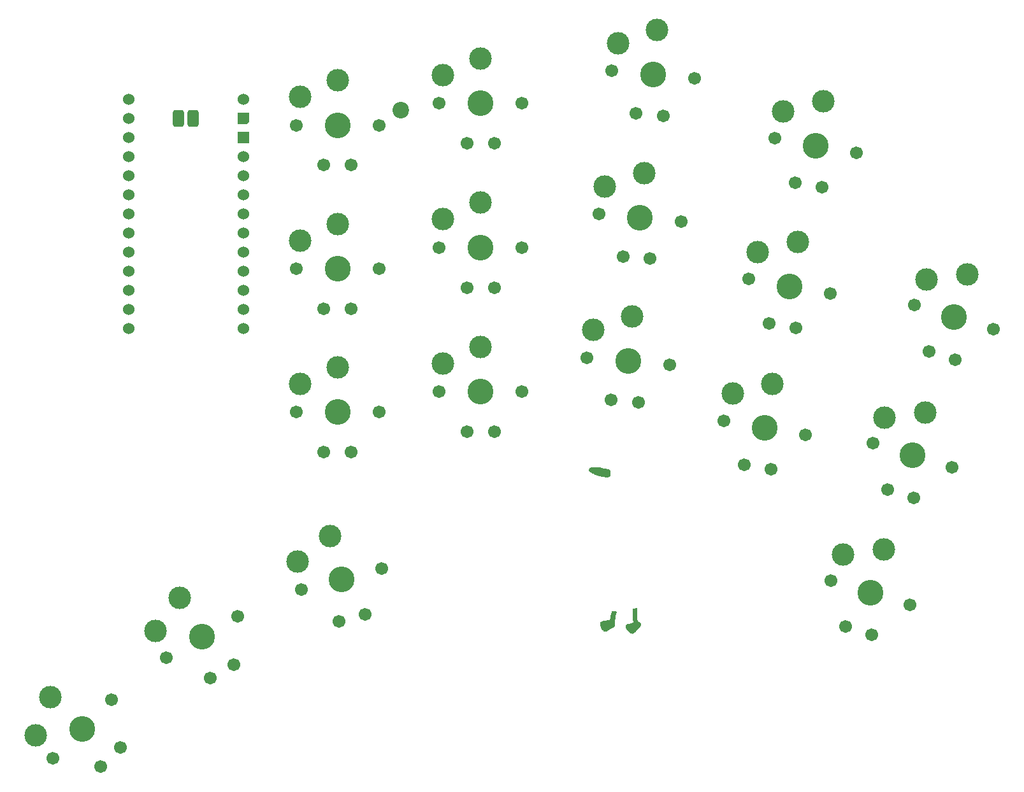
<source format=gbr>
%TF.GenerationSoftware,KiCad,Pcbnew,8.0.0*%
%TF.CreationDate,2024-06-08T15:10:29+02:00*%
%TF.ProjectId,goos-left,676f6f73-2d6c-4656-9674-2e6b69636164,rev?*%
%TF.SameCoordinates,Original*%
%TF.FileFunction,Soldermask,Bot*%
%TF.FilePolarity,Negative*%
%FSLAX46Y46*%
G04 Gerber Fmt 4.6, Leading zero omitted, Abs format (unit mm)*
G04 Created by KiCad (PCBNEW 8.0.0) date 2024-06-08 15:10:29*
%MOMM*%
%LPD*%
G01*
G04 APERTURE LIST*
G04 Aperture macros list*
%AMRoundRect*
0 Rectangle with rounded corners*
0 $1 Rounding radius*
0 $2 $3 $4 $5 $6 $7 $8 $9 X,Y pos of 4 corners*
0 Add a 4 corners polygon primitive as box body*
4,1,4,$2,$3,$4,$5,$6,$7,$8,$9,$2,$3,0*
0 Add four circle primitives for the rounded corners*
1,1,$1+$1,$2,$3*
1,1,$1+$1,$4,$5*
1,1,$1+$1,$6,$7*
1,1,$1+$1,$8,$9*
0 Add four rect primitives between the rounded corners*
20,1,$1+$1,$2,$3,$4,$5,0*
20,1,$1+$1,$4,$5,$6,$7,0*
20,1,$1+$1,$6,$7,$8,$9,0*
20,1,$1+$1,$8,$9,$2,$3,0*%
%AMOutline5P*
0 Free polygon, 5 corners , with rotation*
0 The origin of the aperture is its center*
0 number of corners: always 5*
0 $1 to $10 corner X, Y*
0 $11 Rotation angle, in degrees counterclockwise*
0 create outline with 5 corners*
4,1,5,$1,$2,$3,$4,$5,$6,$7,$8,$9,$10,$1,$2,$11*%
%AMOutline6P*
0 Free polygon, 6 corners , with rotation*
0 The origin of the aperture is its center*
0 number of corners: always 6*
0 $1 to $12 corner X, Y*
0 $13 Rotation angle, in degrees counterclockwise*
0 create outline with 6 corners*
4,1,6,$1,$2,$3,$4,$5,$6,$7,$8,$9,$10,$11,$12,$1,$2,$13*%
%AMOutline7P*
0 Free polygon, 7 corners , with rotation*
0 The origin of the aperture is its center*
0 number of corners: always 7*
0 $1 to $14 corner X, Y*
0 $15 Rotation angle, in degrees counterclockwise*
0 create outline with 7 corners*
4,1,7,$1,$2,$3,$4,$5,$6,$7,$8,$9,$10,$11,$12,$13,$14,$1,$2,$15*%
%AMOutline8P*
0 Free polygon, 8 corners , with rotation*
0 The origin of the aperture is its center*
0 number of corners: always 8*
0 $1 to $16 corner X, Y*
0 $17 Rotation angle, in degrees counterclockwise*
0 create outline with 8 corners*
4,1,8,$1,$2,$3,$4,$5,$6,$7,$8,$9,$10,$11,$12,$13,$14,$15,$16,$1,$2,$17*%
G04 Aperture macros list end*
%ADD10C,0.000000*%
%ADD11C,1.701800*%
%ADD12C,3.000000*%
%ADD13C,3.429000*%
%ADD14C,1.524000*%
%ADD15Outline5P,-0.762000X0.457200X-0.457200X0.762000X0.762000X0.762000X0.762000X-0.762000X-0.762000X-0.762000X180.000000*%
%ADD16R,1.524000X1.524000*%
%ADD17C,2.200000*%
%ADD18RoundRect,0.375000X-0.375000X-0.750000X0.375000X-0.750000X0.375000X0.750000X-0.375000X0.750000X0*%
G04 APERTURE END LIST*
D10*
G36*
X141170431Y-120743690D02*
G01*
X141170983Y-120743982D01*
X141171515Y-120744428D01*
X141172026Y-120745025D01*
X141172516Y-120745775D01*
X141172983Y-120746675D01*
X141173428Y-120747726D01*
X141174248Y-120750277D01*
X141174971Y-120753425D01*
X141175594Y-120757165D01*
X141176112Y-120761492D01*
X141176521Y-120766403D01*
X141176817Y-120771894D01*
X141176903Y-120774472D01*
X141176946Y-120776976D01*
X141176949Y-120779404D01*
X141176910Y-120781753D01*
X141176832Y-120784022D01*
X141176714Y-120786207D01*
X141176559Y-120788307D01*
X141176366Y-120790320D01*
X141176138Y-120792244D01*
X141175873Y-120794075D01*
X141175575Y-120795813D01*
X141175243Y-120797454D01*
X141174878Y-120798996D01*
X141174481Y-120800438D01*
X141174054Y-120801777D01*
X141173596Y-120803011D01*
X141173110Y-120804137D01*
X141172595Y-120805153D01*
X141172052Y-120806058D01*
X141171484Y-120806848D01*
X141170889Y-120807522D01*
X141170270Y-120808078D01*
X141169628Y-120808513D01*
X141168962Y-120808824D01*
X141168621Y-120808933D01*
X141168275Y-120809010D01*
X141167923Y-120809056D01*
X141167566Y-120809069D01*
X141167204Y-120809050D01*
X141166837Y-120808998D01*
X141166089Y-120808796D01*
X141165322Y-120808459D01*
X141164538Y-120807985D01*
X141163737Y-120807373D01*
X141162920Y-120806620D01*
X141162119Y-120805755D01*
X141161364Y-120804812D01*
X141159993Y-120802701D01*
X141158808Y-120800313D01*
X141157810Y-120797674D01*
X141157000Y-120794810D01*
X141156380Y-120791748D01*
X141155951Y-120788513D01*
X141155712Y-120785130D01*
X141155667Y-120781628D01*
X141155815Y-120778030D01*
X141156158Y-120774363D01*
X141156697Y-120770654D01*
X141157432Y-120766928D01*
X141158366Y-120763211D01*
X141159499Y-120759530D01*
X141160831Y-120755909D01*
X141162389Y-120752272D01*
X141163891Y-120749272D01*
X141165334Y-120746905D01*
X141166032Y-120745958D01*
X141166714Y-120745168D01*
X141167378Y-120744534D01*
X141168026Y-120744055D01*
X141168655Y-120743732D01*
X141169266Y-120743564D01*
X141169858Y-120743550D01*
X141170431Y-120743690D01*
G37*
G36*
X138269392Y-102452933D02*
G01*
X138268903Y-102513939D01*
X138265116Y-102575828D01*
X138258175Y-102637564D01*
X138248223Y-102698113D01*
X138235402Y-102756438D01*
X138219857Y-102811504D01*
X138201729Y-102862277D01*
X138181163Y-102907719D01*
X138170009Y-102928118D01*
X138158300Y-102946797D01*
X138146052Y-102963625D01*
X138133285Y-102978473D01*
X138120014Y-102991213D01*
X138106259Y-103001714D01*
X138091694Y-103011760D01*
X138076308Y-103022958D01*
X138060565Y-103034934D01*
X138044932Y-103047311D01*
X138029873Y-103059714D01*
X138015854Y-103071767D01*
X138003340Y-103083094D01*
X137992797Y-103093320D01*
X137992797Y-103093319D01*
X137992797Y-103093318D01*
X137986646Y-103098676D01*
X137979113Y-103103714D01*
X137970282Y-103108430D01*
X137960237Y-103112823D01*
X137936842Y-103120636D01*
X137909602Y-103127144D01*
X137879189Y-103132337D01*
X137846276Y-103136205D01*
X137811535Y-103138739D01*
X137775641Y-103139930D01*
X137739264Y-103139767D01*
X137703079Y-103138241D01*
X137667757Y-103135343D01*
X137633972Y-103131064D01*
X137602397Y-103125392D01*
X137573704Y-103118320D01*
X137548566Y-103109837D01*
X137527656Y-103099933D01*
X137520163Y-103096076D01*
X137511399Y-103092315D01*
X137501472Y-103088672D01*
X137490490Y-103085165D01*
X137478563Y-103081815D01*
X137465799Y-103078643D01*
X137438194Y-103072907D01*
X137408542Y-103068117D01*
X137377712Y-103064433D01*
X137346572Y-103062014D01*
X137331157Y-103061329D01*
X137315990Y-103061020D01*
X137300773Y-103060703D01*
X137285211Y-103059993D01*
X137269418Y-103058909D01*
X137253507Y-103057474D01*
X137237591Y-103055708D01*
X137221785Y-103053632D01*
X137206201Y-103051267D01*
X137190954Y-103048633D01*
X137176155Y-103045751D01*
X137161920Y-103042643D01*
X137148361Y-103039328D01*
X137135592Y-103035829D01*
X137123726Y-103032165D01*
X137112878Y-103028357D01*
X137103159Y-103024427D01*
X137094684Y-103020395D01*
X137086585Y-103016369D01*
X137077969Y-103012456D01*
X137068914Y-103008675D01*
X137059494Y-103005049D01*
X137049787Y-103001596D01*
X137039869Y-102998336D01*
X137029816Y-102995292D01*
X137019704Y-102992481D01*
X137009610Y-102989925D01*
X136999610Y-102987645D01*
X136989780Y-102985659D01*
X136980197Y-102983990D01*
X136970937Y-102982656D01*
X136962075Y-102981678D01*
X136953690Y-102981076D01*
X136945856Y-102980871D01*
X136923496Y-102980515D01*
X136901340Y-102979483D01*
X136879586Y-102977825D01*
X136858433Y-102975594D01*
X136838079Y-102972842D01*
X136818724Y-102969620D01*
X136800565Y-102965981D01*
X136783802Y-102961975D01*
X136768632Y-102957655D01*
X136755256Y-102953072D01*
X136749301Y-102950699D01*
X136743870Y-102948279D01*
X136738986Y-102945819D01*
X136734674Y-102943326D01*
X136730959Y-102940807D01*
X136727867Y-102938267D01*
X136725421Y-102935713D01*
X136723646Y-102933152D01*
X136722568Y-102930590D01*
X136722212Y-102928034D01*
X136722601Y-102925489D01*
X136723761Y-102922963D01*
X136724507Y-102921691D01*
X136725150Y-102920454D01*
X136725693Y-102919252D01*
X136726137Y-102918088D01*
X136726482Y-102916962D01*
X136726731Y-102915876D01*
X136726884Y-102914830D01*
X136726943Y-102913826D01*
X136726909Y-102912865D01*
X136726784Y-102911948D01*
X136726568Y-102911076D01*
X136726264Y-102910251D01*
X136725871Y-102909472D01*
X136725393Y-102908743D01*
X136724829Y-102908063D01*
X136724181Y-102907434D01*
X136723451Y-102906857D01*
X136722640Y-102906333D01*
X136721749Y-102905863D01*
X136720780Y-102905449D01*
X136719733Y-102905091D01*
X136718610Y-102904791D01*
X136717412Y-102904550D01*
X136716141Y-102904369D01*
X136714798Y-102904248D01*
X136713385Y-102904190D01*
X136711901Y-102904196D01*
X136710350Y-102904266D01*
X136708731Y-102904401D01*
X136707048Y-102904603D01*
X136703488Y-102905213D01*
X136697384Y-102906257D01*
X136690980Y-102906984D01*
X136684312Y-102907407D01*
X136677414Y-102907539D01*
X136670325Y-102907393D01*
X136663079Y-102906982D01*
X136648260Y-102905415D01*
X136633245Y-102902942D01*
X136618323Y-102899667D01*
X136603780Y-102895692D01*
X136589903Y-102891122D01*
X136576980Y-102886058D01*
X136565299Y-102880605D01*
X136560014Y-102877765D01*
X136555147Y-102874866D01*
X136550733Y-102871922D01*
X136546810Y-102868945D01*
X136543413Y-102865948D01*
X136540578Y-102862944D01*
X136538340Y-102859946D01*
X136536736Y-102856966D01*
X136535801Y-102854019D01*
X136535572Y-102851116D01*
X136536084Y-102848271D01*
X136537374Y-102845496D01*
X136539057Y-102842287D01*
X136539616Y-102840775D01*
X136539989Y-102839325D01*
X136540177Y-102837938D01*
X136540181Y-102836614D01*
X136540001Y-102835353D01*
X136539640Y-102834156D01*
X136539096Y-102833023D01*
X136538373Y-102831955D01*
X136537470Y-102830951D01*
X136536389Y-102830013D01*
X136535131Y-102829140D01*
X136533697Y-102828332D01*
X136530304Y-102826917D01*
X136526218Y-102825769D01*
X136521448Y-102824891D01*
X136516002Y-102824286D01*
X136509887Y-102823957D01*
X136503113Y-102823906D01*
X136495686Y-102824137D01*
X136487615Y-102824652D01*
X136478909Y-102825454D01*
X136471054Y-102826181D01*
X136463150Y-102826729D01*
X136455249Y-102827099D01*
X136447405Y-102827296D01*
X136439668Y-102827325D01*
X136432093Y-102827189D01*
X136424730Y-102826892D01*
X136417633Y-102826438D01*
X136410854Y-102825832D01*
X136404445Y-102825076D01*
X136398459Y-102824176D01*
X136392948Y-102823135D01*
X136387964Y-102821957D01*
X136383561Y-102820647D01*
X136379789Y-102819208D01*
X136376703Y-102817644D01*
X136373561Y-102815943D01*
X136369630Y-102814101D01*
X136359629Y-102810066D01*
X136347162Y-102805679D01*
X136332690Y-102801080D01*
X136316676Y-102796411D01*
X136299582Y-102791812D01*
X136281871Y-102787423D01*
X136264004Y-102783385D01*
X136241662Y-102778139D01*
X136219302Y-102772029D01*
X136197153Y-102765175D01*
X136175446Y-102757696D01*
X136154409Y-102749712D01*
X136134274Y-102741344D01*
X136115270Y-102732711D01*
X136097626Y-102723934D01*
X136081573Y-102715132D01*
X136067341Y-102706425D01*
X136055160Y-102697933D01*
X136049910Y-102693805D01*
X136045258Y-102689776D01*
X136041235Y-102685861D01*
X136037867Y-102682074D01*
X136035185Y-102678431D01*
X136033216Y-102674947D01*
X136031990Y-102671636D01*
X136031535Y-102668514D01*
X136031880Y-102665596D01*
X136033054Y-102662897D01*
X136033708Y-102661734D01*
X136034221Y-102660596D01*
X136034595Y-102659484D01*
X136034832Y-102658400D01*
X136034935Y-102657344D01*
X136034906Y-102656317D01*
X136034747Y-102655321D01*
X136034461Y-102654357D01*
X136034050Y-102653427D01*
X136033517Y-102652531D01*
X136032864Y-102651671D01*
X136032094Y-102650847D01*
X136031208Y-102650062D01*
X136030209Y-102649316D01*
X136029100Y-102648610D01*
X136027884Y-102647946D01*
X136025135Y-102646749D01*
X136021984Y-102645733D01*
X136018449Y-102644908D01*
X136014548Y-102644284D01*
X136010302Y-102643871D01*
X136005730Y-102643678D01*
X136000850Y-102643715D01*
X135995682Y-102643992D01*
X135988147Y-102644157D01*
X135979693Y-102643615D01*
X135970397Y-102642404D01*
X135960334Y-102640561D01*
X135938213Y-102635132D01*
X135913937Y-102627627D01*
X135888112Y-102618348D01*
X135861347Y-102607597D01*
X135834249Y-102595674D01*
X135807425Y-102582880D01*
X135781482Y-102569516D01*
X135757028Y-102555884D01*
X135734669Y-102542284D01*
X135715014Y-102529018D01*
X135698670Y-102516386D01*
X135691929Y-102510402D01*
X135686243Y-102504690D01*
X135681689Y-102499287D01*
X135678342Y-102494230D01*
X135676278Y-102489558D01*
X135675573Y-102485308D01*
X135675544Y-102483444D01*
X135675457Y-102481639D01*
X135675313Y-102479896D01*
X135675114Y-102478215D01*
X135674862Y-102476598D01*
X135674557Y-102475047D01*
X135674202Y-102473562D01*
X135673797Y-102472146D01*
X135673345Y-102470800D01*
X135672846Y-102469525D01*
X135672303Y-102468323D01*
X135671715Y-102467196D01*
X135671086Y-102466144D01*
X135670417Y-102465169D01*
X135669708Y-102464273D01*
X135668961Y-102463457D01*
X135668178Y-102462723D01*
X135667360Y-102462072D01*
X135666509Y-102461505D01*
X135665626Y-102461024D01*
X135664713Y-102460631D01*
X135663770Y-102460327D01*
X135662800Y-102460113D01*
X135661804Y-102459990D01*
X135660783Y-102459961D01*
X135659738Y-102460027D01*
X135658672Y-102460189D01*
X135657585Y-102460449D01*
X135656480Y-102460808D01*
X135655357Y-102461267D01*
X135654217Y-102461829D01*
X135653064Y-102462494D01*
X135646901Y-102465052D01*
X135639638Y-102465883D01*
X135631360Y-102465075D01*
X135622151Y-102462718D01*
X135612096Y-102458899D01*
X135601281Y-102453708D01*
X135577710Y-102439563D01*
X135552116Y-102420991D01*
X135525181Y-102398702D01*
X135510338Y-102385096D01*
X135552119Y-102385096D01*
X135552127Y-102386204D01*
X135552211Y-102387345D01*
X135552372Y-102388516D01*
X135552611Y-102389716D01*
X135552927Y-102390944D01*
X135553322Y-102392197D01*
X135553798Y-102393474D01*
X135554353Y-102394774D01*
X135554990Y-102396094D01*
X135555709Y-102397433D01*
X135556511Y-102398789D01*
X135558237Y-102401484D01*
X135560033Y-102404104D01*
X135561886Y-102406634D01*
X135563780Y-102409062D01*
X135565702Y-102411374D01*
X135567636Y-102413556D01*
X135569569Y-102415594D01*
X135571487Y-102417475D01*
X135573374Y-102419186D01*
X135575216Y-102420713D01*
X135577000Y-102422042D01*
X135578710Y-102423160D01*
X135579533Y-102423635D01*
X135580332Y-102424053D01*
X135581106Y-102424411D01*
X135581853Y-102424707D01*
X135582570Y-102424941D01*
X135583257Y-102425110D01*
X135583911Y-102425213D01*
X135584530Y-102425247D01*
X135585128Y-102425213D01*
X135585719Y-102425110D01*
X135586301Y-102424941D01*
X135586874Y-102424707D01*
X135587437Y-102424411D01*
X135587990Y-102424053D01*
X135589061Y-102423160D01*
X135590080Y-102422042D01*
X135591042Y-102420713D01*
X135591941Y-102419186D01*
X135592770Y-102417475D01*
X135593525Y-102415594D01*
X135594198Y-102413555D01*
X135594784Y-102411374D01*
X135595277Y-102409062D01*
X135595671Y-102406634D01*
X135595960Y-102404104D01*
X135596137Y-102401484D01*
X135596198Y-102398789D01*
X135596161Y-102397433D01*
X135596053Y-102396094D01*
X135595874Y-102394773D01*
X135595626Y-102393474D01*
X135595312Y-102392197D01*
X135594933Y-102390943D01*
X135594490Y-102389716D01*
X135593987Y-102388516D01*
X135593424Y-102387344D01*
X135592803Y-102386204D01*
X135592126Y-102385096D01*
X135591396Y-102384022D01*
X135590612Y-102382984D01*
X135589779Y-102381984D01*
X135588896Y-102381023D01*
X135587967Y-102380103D01*
X135586993Y-102379225D01*
X135585975Y-102378392D01*
X135584915Y-102377605D01*
X135583816Y-102376865D01*
X135582679Y-102376175D01*
X135581506Y-102375536D01*
X135580298Y-102374950D01*
X135579058Y-102374418D01*
X135577787Y-102373943D01*
X135576487Y-102373525D01*
X135575159Y-102373167D01*
X135573807Y-102372871D01*
X135572430Y-102372637D01*
X135571032Y-102372468D01*
X135569614Y-102372365D01*
X135568178Y-102372331D01*
X135566763Y-102372365D01*
X135565409Y-102372468D01*
X135564115Y-102372637D01*
X135562883Y-102372871D01*
X135561714Y-102373167D01*
X135560608Y-102373525D01*
X135559566Y-102373943D01*
X135558589Y-102374418D01*
X135557677Y-102374950D01*
X135556832Y-102375536D01*
X135556053Y-102376175D01*
X135555343Y-102376865D01*
X135554700Y-102377605D01*
X135554128Y-102378392D01*
X135553625Y-102379225D01*
X135553193Y-102380103D01*
X135552832Y-102381023D01*
X135552544Y-102381984D01*
X135552328Y-102382984D01*
X135552186Y-102384022D01*
X135552119Y-102385096D01*
X135510338Y-102385096D01*
X135497583Y-102373404D01*
X135470004Y-102345806D01*
X135443122Y-102316618D01*
X135417619Y-102286549D01*
X135394173Y-102256307D01*
X135373466Y-102226601D01*
X135356176Y-102198142D01*
X135342984Y-102171636D01*
X135338138Y-102159338D01*
X135334571Y-102147795D01*
X135332368Y-102137094D01*
X135331615Y-102127326D01*
X135332075Y-102115660D01*
X135333427Y-102103657D01*
X135335627Y-102091367D01*
X135338635Y-102078839D01*
X135342408Y-102066123D01*
X135346902Y-102053271D01*
X135352076Y-102040331D01*
X135357888Y-102027355D01*
X135364294Y-102014392D01*
X135371254Y-102001492D01*
X135386661Y-101976083D01*
X135403770Y-101951530D01*
X135422242Y-101928234D01*
X135441739Y-101906595D01*
X135451765Y-101896523D01*
X135461920Y-101887016D01*
X135472162Y-101878124D01*
X135482448Y-101869897D01*
X135492736Y-101862385D01*
X135502983Y-101855639D01*
X135513147Y-101849709D01*
X135523186Y-101844644D01*
X135533058Y-101840495D01*
X135542719Y-101837312D01*
X135552128Y-101835146D01*
X135561241Y-101834046D01*
X135570018Y-101834062D01*
X135578415Y-101835246D01*
X135586421Y-101836940D01*
X135593469Y-101838322D01*
X135599568Y-101839384D01*
X135604729Y-101840118D01*
X135606961Y-101840360D01*
X135608962Y-101840517D01*
X135610734Y-101840589D01*
X135612277Y-101840573D01*
X135613593Y-101840470D01*
X135614683Y-101840277D01*
X135615548Y-101839995D01*
X135616190Y-101839623D01*
X135616610Y-101839158D01*
X135616809Y-101838601D01*
X135616788Y-101837950D01*
X135616549Y-101837205D01*
X135616093Y-101836364D01*
X135615420Y-101835426D01*
X135614533Y-101834391D01*
X135613433Y-101833257D01*
X135612120Y-101832023D01*
X135610597Y-101830689D01*
X135606922Y-101827716D01*
X135602418Y-101824329D01*
X135597094Y-101820520D01*
X135591162Y-101815878D01*
X135586616Y-101811275D01*
X135583429Y-101806718D01*
X135581571Y-101802215D01*
X135581015Y-101797773D01*
X135581731Y-101793400D01*
X135583692Y-101789103D01*
X135586868Y-101784889D01*
X135596751Y-101776741D01*
X135611153Y-101769015D01*
X135629845Y-101761771D01*
X135652599Y-101755069D01*
X135679185Y-101748967D01*
X135709374Y-101743526D01*
X135742939Y-101738803D01*
X135779651Y-101734859D01*
X135819279Y-101731753D01*
X135861597Y-101729545D01*
X135906376Y-101728293D01*
X135953385Y-101728058D01*
X136123730Y-101731040D01*
X136299533Y-101737525D01*
X136472283Y-101746829D01*
X136633472Y-101758266D01*
X136774588Y-101771153D01*
X136887121Y-101784803D01*
X136930009Y-101791701D01*
X136962561Y-101798533D01*
X136983711Y-101805214D01*
X136989679Y-101808471D01*
X136992397Y-101811658D01*
X136993028Y-101813273D01*
X136993833Y-101814868D01*
X136995947Y-101817990D01*
X136998697Y-101821008D01*
X137002042Y-101823904D01*
X137005941Y-101826663D01*
X137010351Y-101829269D01*
X137015231Y-101831706D01*
X137020540Y-101833957D01*
X137026236Y-101836006D01*
X137032277Y-101837836D01*
X137038623Y-101839432D01*
X137045231Y-101840777D01*
X137052059Y-101841856D01*
X137059067Y-101842651D01*
X137066213Y-101843147D01*
X137073455Y-101843327D01*
X137081015Y-101843538D01*
X137089093Y-101844124D01*
X137097618Y-101845067D01*
X137106517Y-101846346D01*
X137115715Y-101847943D01*
X137125140Y-101849838D01*
X137134719Y-101852013D01*
X137144380Y-101854447D01*
X137154048Y-101857121D01*
X137163652Y-101860017D01*
X137173117Y-101863114D01*
X137182372Y-101866394D01*
X137191343Y-101869837D01*
X137199958Y-101873425D01*
X137208142Y-101877136D01*
X137215823Y-101880954D01*
X137224379Y-101884867D01*
X137235129Y-101888861D01*
X137262571Y-101896976D01*
X137296877Y-101905068D01*
X137336769Y-101912907D01*
X137380974Y-101920261D01*
X137428215Y-101926902D01*
X137477219Y-101932599D01*
X137526709Y-101937120D01*
X137574734Y-101941285D01*
X137619536Y-101945960D01*
X137660136Y-101950985D01*
X137678554Y-101953580D01*
X137695553Y-101956203D01*
X137711012Y-101958834D01*
X137724807Y-101961454D01*
X137736816Y-101964042D01*
X137746916Y-101966579D01*
X137754986Y-101969046D01*
X137760901Y-101971421D01*
X137763013Y-101972568D01*
X137764540Y-101973685D01*
X137765468Y-101974770D01*
X137765781Y-101975819D01*
X137765979Y-101976869D01*
X137766566Y-101977955D01*
X137768872Y-101980223D01*
X137772619Y-101982603D01*
X137777730Y-101985077D01*
X137784128Y-101987623D01*
X137791735Y-101990223D01*
X137810265Y-101995500D01*
X137832700Y-102000750D01*
X137858417Y-102005813D01*
X137886797Y-102010528D01*
X137917217Y-102014737D01*
X137949281Y-102019059D01*
X137978600Y-102023736D01*
X138005383Y-102028895D01*
X138029838Y-102034662D01*
X138041257Y-102037813D01*
X138052172Y-102041164D01*
X138062609Y-102044731D01*
X138072593Y-102048528D01*
X138082152Y-102052573D01*
X138091310Y-102056880D01*
X138100095Y-102061466D01*
X138108531Y-102066347D01*
X138116645Y-102071537D01*
X138124463Y-102077054D01*
X138132010Y-102082913D01*
X138139314Y-102089130D01*
X138146399Y-102095720D01*
X138153292Y-102102700D01*
X138160019Y-102110085D01*
X138166606Y-102117890D01*
X138173079Y-102126133D01*
X138179463Y-102134829D01*
X138192071Y-102153641D01*
X138204639Y-102174454D01*
X138217374Y-102197394D01*
X138226956Y-102217100D01*
X138235516Y-102238451D01*
X138243074Y-102261318D01*
X138249647Y-102285570D01*
X138259907Y-102337713D01*
X138266442Y-102393846D01*
X138266688Y-102398789D01*
X138269392Y-102452933D01*
G37*
G36*
X141721972Y-120455480D02*
G01*
X141730973Y-120456084D01*
X141739561Y-120457238D01*
X141747714Y-120458949D01*
X141813904Y-120475561D01*
X141820519Y-120929098D01*
X141822400Y-121131991D01*
X141822631Y-121349153D01*
X141821281Y-121554560D01*
X141818418Y-121722189D01*
X141817278Y-121770508D01*
X141816461Y-121814585D01*
X141815985Y-121854634D01*
X141815866Y-121890866D01*
X141816121Y-121923498D01*
X141816766Y-121952741D01*
X141817819Y-121978810D01*
X141819295Y-122001918D01*
X141821211Y-122022279D01*
X141823585Y-122040106D01*
X141826433Y-122055614D01*
X141828039Y-122062565D01*
X141829771Y-122069016D01*
X141831629Y-122074994D01*
X141833616Y-122080525D01*
X141835734Y-122085637D01*
X141837985Y-122090355D01*
X141840371Y-122094708D01*
X141842895Y-122098721D01*
X141845558Y-122102421D01*
X141848362Y-122105834D01*
X141852394Y-122110635D01*
X141856498Y-122115907D01*
X141860644Y-122121597D01*
X141864804Y-122127652D01*
X141868948Y-122134019D01*
X141873047Y-122140645D01*
X141877072Y-122147477D01*
X141880994Y-122154462D01*
X141884783Y-122161546D01*
X141888412Y-122168677D01*
X141891850Y-122175800D01*
X141895068Y-122182864D01*
X141898037Y-122189815D01*
X141900729Y-122196600D01*
X141903114Y-122203165D01*
X141905163Y-122209458D01*
X141906142Y-122212510D01*
X141907207Y-122215523D01*
X141909581Y-122221417D01*
X141912254Y-122227111D01*
X141915198Y-122232574D01*
X141918384Y-122237775D01*
X141921784Y-122242684D01*
X141925369Y-122247270D01*
X141929110Y-122251503D01*
X141932978Y-122255353D01*
X141934951Y-122257124D01*
X141936945Y-122258788D01*
X141938956Y-122260340D01*
X141940982Y-122261778D01*
X141943017Y-122263097D01*
X141945060Y-122264293D01*
X141947105Y-122265363D01*
X141949150Y-122266302D01*
X141951191Y-122267108D01*
X141953224Y-122267775D01*
X141955246Y-122268301D01*
X141957253Y-122268682D01*
X141959242Y-122268913D01*
X141961209Y-122268990D01*
X141963152Y-122269042D01*
X141965070Y-122269196D01*
X141966961Y-122269450D01*
X141968823Y-122269800D01*
X141970653Y-122270245D01*
X141972448Y-122270782D01*
X141974207Y-122271409D01*
X141975926Y-122272122D01*
X141977604Y-122272919D01*
X141979238Y-122273799D01*
X141980825Y-122274757D01*
X141982363Y-122275792D01*
X141983850Y-122276901D01*
X141985283Y-122278082D01*
X141986660Y-122279332D01*
X141987979Y-122280648D01*
X141989236Y-122282029D01*
X141990430Y-122283470D01*
X141991557Y-122284971D01*
X141992617Y-122286528D01*
X141993605Y-122288138D01*
X141994521Y-122289800D01*
X141995361Y-122291511D01*
X141996122Y-122293267D01*
X141996803Y-122295068D01*
X141997402Y-122296909D01*
X141997914Y-122298789D01*
X141998340Y-122300705D01*
X141998674Y-122302654D01*
X141998916Y-122304634D01*
X141999064Y-122306643D01*
X141999113Y-122308677D01*
X141999183Y-122310805D01*
X141999390Y-122312894D01*
X141999731Y-122314945D01*
X142000204Y-122316953D01*
X142000807Y-122318919D01*
X142001535Y-122320838D01*
X142002387Y-122322711D01*
X142003359Y-122324534D01*
X142004449Y-122326305D01*
X142005655Y-122328023D01*
X142006972Y-122329686D01*
X142008399Y-122331292D01*
X142009932Y-122332839D01*
X142011569Y-122334324D01*
X142015144Y-122337104D01*
X142019101Y-122339615D01*
X142023417Y-122341842D01*
X142028070Y-122343770D01*
X142033038Y-122345382D01*
X142038298Y-122346664D01*
X142043829Y-122347599D01*
X142049607Y-122348171D01*
X142055610Y-122348365D01*
X142064144Y-122349009D01*
X142073128Y-122350899D01*
X142082516Y-122353975D01*
X142092259Y-122358174D01*
X142102309Y-122363436D01*
X142112620Y-122369700D01*
X142133831Y-122384986D01*
X142155511Y-122403541D01*
X142177277Y-122424876D01*
X142198750Y-122448499D01*
X142219548Y-122473921D01*
X142239289Y-122500650D01*
X142257592Y-122528197D01*
X142274076Y-122556071D01*
X142288360Y-122583781D01*
X142300062Y-122610837D01*
X142308802Y-122636749D01*
X142311942Y-122649122D01*
X142314198Y-122661025D01*
X142315522Y-122672397D01*
X142315868Y-122683177D01*
X142314253Y-122701573D01*
X142309984Y-122721902D01*
X142303129Y-122744060D01*
X142293758Y-122767941D01*
X142281938Y-122793442D01*
X142267738Y-122820458D01*
X142251226Y-122848883D01*
X142232472Y-122878614D01*
X142211542Y-122909545D01*
X142188507Y-122941572D01*
X142163433Y-122974591D01*
X142136391Y-123008496D01*
X142107447Y-123043184D01*
X142076671Y-123078548D01*
X142044131Y-123114486D01*
X142009896Y-123150892D01*
X141971849Y-123191164D01*
X141935675Y-123230504D01*
X141902215Y-123267924D01*
X141872309Y-123302437D01*
X141846797Y-123333054D01*
X141835952Y-123346594D01*
X141826520Y-123358790D01*
X141818607Y-123369518D01*
X141812318Y-123378655D01*
X141807757Y-123386078D01*
X141805031Y-123391663D01*
X141804080Y-123394017D01*
X141803068Y-123396284D01*
X141801998Y-123398464D01*
X141800873Y-123400556D01*
X141799694Y-123402557D01*
X141798465Y-123404467D01*
X141797187Y-123406284D01*
X141795865Y-123408007D01*
X141794499Y-123409634D01*
X141793093Y-123411164D01*
X141791649Y-123412596D01*
X141790169Y-123413929D01*
X141788657Y-123415160D01*
X141787115Y-123416289D01*
X141785545Y-123417313D01*
X141783949Y-123418233D01*
X141782332Y-123419046D01*
X141780694Y-123419752D01*
X141779039Y-123420347D01*
X141777368Y-123420833D01*
X141775686Y-123421206D01*
X141773993Y-123421465D01*
X141772294Y-123421610D01*
X141770589Y-123421639D01*
X141768882Y-123421550D01*
X141767176Y-123421342D01*
X141765473Y-123421013D01*
X141763774Y-123420563D01*
X141762084Y-123419990D01*
X141760405Y-123419292D01*
X141758738Y-123418469D01*
X141757087Y-123417518D01*
X141753872Y-123415613D01*
X141752373Y-123414788D01*
X141750948Y-123414047D01*
X141749597Y-123413391D01*
X141748320Y-123412819D01*
X141747118Y-123412330D01*
X141745992Y-123411924D01*
X141744943Y-123411600D01*
X141743971Y-123411359D01*
X141743077Y-123411200D01*
X141742261Y-123411123D01*
X141741524Y-123411126D01*
X141740867Y-123411210D01*
X141740290Y-123411374D01*
X141739794Y-123411619D01*
X141739380Y-123411942D01*
X141739047Y-123412345D01*
X141738798Y-123412827D01*
X141738632Y-123413386D01*
X141738550Y-123414024D01*
X141738553Y-123414739D01*
X141738641Y-123415532D01*
X141738815Y-123416401D01*
X141739076Y-123417346D01*
X141739424Y-123418368D01*
X141739860Y-123419465D01*
X141740385Y-123420637D01*
X141740998Y-123421884D01*
X141741702Y-123423205D01*
X141742495Y-123424600D01*
X141743380Y-123426069D01*
X141744989Y-123429152D01*
X141746125Y-123432392D01*
X141746813Y-123435768D01*
X141747073Y-123439258D01*
X141746930Y-123442840D01*
X141746404Y-123446493D01*
X141745520Y-123450194D01*
X141744299Y-123453922D01*
X141742763Y-123457654D01*
X141740937Y-123461370D01*
X141738841Y-123465047D01*
X141736498Y-123468663D01*
X141733932Y-123472197D01*
X141731164Y-123475627D01*
X141728217Y-123478930D01*
X141725113Y-123482086D01*
X141721876Y-123485072D01*
X141718527Y-123487867D01*
X141715090Y-123490448D01*
X141711586Y-123492794D01*
X141708038Y-123494883D01*
X141704469Y-123496693D01*
X141700901Y-123498203D01*
X141697357Y-123499390D01*
X141693860Y-123500233D01*
X141690431Y-123500710D01*
X141687093Y-123500800D01*
X141683870Y-123500479D01*
X141680782Y-123499727D01*
X141677854Y-123498521D01*
X141675107Y-123496841D01*
X141672564Y-123494663D01*
X141671672Y-123493843D01*
X141670791Y-123493173D01*
X141669922Y-123492654D01*
X141669067Y-123492281D01*
X141668227Y-123492053D01*
X141667402Y-123491966D01*
X141666594Y-123492020D01*
X141665805Y-123492211D01*
X141665034Y-123492538D01*
X141664284Y-123492997D01*
X141663555Y-123493586D01*
X141662848Y-123494303D01*
X141661507Y-123496111D01*
X141660269Y-123498403D01*
X141659143Y-123501158D01*
X141658139Y-123504359D01*
X141657264Y-123507985D01*
X141656529Y-123512019D01*
X141655941Y-123516440D01*
X141655511Y-123521230D01*
X141655246Y-123526370D01*
X141655155Y-123531840D01*
X141654683Y-123537739D01*
X141653298Y-123544170D01*
X141651051Y-123551087D01*
X141647988Y-123558443D01*
X141644159Y-123566189D01*
X141639614Y-123574280D01*
X141628566Y-123591304D01*
X141615233Y-123609138D01*
X141600007Y-123627402D01*
X141583276Y-123645720D01*
X141565431Y-123663714D01*
X141546862Y-123681006D01*
X141527958Y-123697218D01*
X141509109Y-123711973D01*
X141490705Y-123724892D01*
X141473136Y-123735597D01*
X141464787Y-123740002D01*
X141456792Y-123743712D01*
X141449202Y-123746680D01*
X141442063Y-123748858D01*
X141435426Y-123750199D01*
X141429339Y-123750657D01*
X141427360Y-123750698D01*
X141425424Y-123750820D01*
X141423532Y-123751022D01*
X141421687Y-123751300D01*
X141419889Y-123751653D01*
X141418143Y-123752080D01*
X141416448Y-123752577D01*
X141414809Y-123753143D01*
X141413226Y-123753776D01*
X141411701Y-123754474D01*
X141410238Y-123755235D01*
X141408837Y-123756057D01*
X141407501Y-123756937D01*
X141406232Y-123757875D01*
X141405032Y-123758867D01*
X141403903Y-123759912D01*
X141402847Y-123761008D01*
X141401867Y-123762152D01*
X141400963Y-123763343D01*
X141400139Y-123764579D01*
X141399397Y-123765858D01*
X141398737Y-123767177D01*
X141398164Y-123768535D01*
X141397677Y-123769929D01*
X141397281Y-123771358D01*
X141396976Y-123772820D01*
X141396765Y-123774312D01*
X141396649Y-123775833D01*
X141396632Y-123777380D01*
X141396714Y-123778951D01*
X141396898Y-123780546D01*
X141397187Y-123782160D01*
X141397457Y-123783790D01*
X141397586Y-123785428D01*
X141397578Y-123787072D01*
X141397436Y-123788718D01*
X141397161Y-123790365D01*
X141396759Y-123792010D01*
X141396231Y-123793649D01*
X141395580Y-123795280D01*
X141394809Y-123796900D01*
X141393922Y-123798507D01*
X141392921Y-123800098D01*
X141391809Y-123801669D01*
X141389265Y-123804745D01*
X141386314Y-123807712D01*
X141382979Y-123810548D01*
X141379284Y-123813232D01*
X141375253Y-123815742D01*
X141370909Y-123818056D01*
X141366277Y-123820151D01*
X141361380Y-123822006D01*
X141356241Y-123823600D01*
X141350885Y-123824909D01*
X141345393Y-123826211D01*
X141339858Y-123827781D01*
X141334316Y-123829600D01*
X141328804Y-123831645D01*
X141323360Y-123833895D01*
X141318020Y-123836330D01*
X141312822Y-123838928D01*
X141307802Y-123841669D01*
X141302998Y-123844530D01*
X141298447Y-123847491D01*
X141294186Y-123850531D01*
X141290253Y-123853628D01*
X141286683Y-123856762D01*
X141283514Y-123859911D01*
X141280784Y-123863053D01*
X141279595Y-123864616D01*
X141278529Y-123866169D01*
X141276014Y-123869939D01*
X141273690Y-123873184D01*
X141271551Y-123875903D01*
X141270550Y-123877066D01*
X141269594Y-123878096D01*
X141268682Y-123878995D01*
X141267813Y-123879762D01*
X141266989Y-123880397D01*
X141266206Y-123880900D01*
X141265466Y-123881271D01*
X141264768Y-123881510D01*
X141264110Y-123881617D01*
X141263493Y-123881591D01*
X141262916Y-123881433D01*
X141262378Y-123881142D01*
X141261880Y-123880718D01*
X141261419Y-123880162D01*
X141260997Y-123879473D01*
X141260611Y-123878652D01*
X141260263Y-123877697D01*
X141259950Y-123876609D01*
X141259673Y-123875388D01*
X141259431Y-123874034D01*
X141259224Y-123872547D01*
X141259050Y-123870926D01*
X141258803Y-123867284D01*
X141258686Y-123863108D01*
X141258630Y-123861413D01*
X141258507Y-123859739D01*
X141258318Y-123858089D01*
X141258064Y-123856465D01*
X141257748Y-123854869D01*
X141257371Y-123853302D01*
X141256935Y-123851768D01*
X141256441Y-123850267D01*
X141255891Y-123848804D01*
X141255288Y-123847378D01*
X141254632Y-123845993D01*
X141253925Y-123844651D01*
X141253170Y-123843354D01*
X141252367Y-123842103D01*
X141251519Y-123840902D01*
X141250628Y-123839752D01*
X141249694Y-123838655D01*
X141248720Y-123837613D01*
X141247708Y-123836629D01*
X141246658Y-123835705D01*
X141245574Y-123834842D01*
X141244456Y-123834043D01*
X141243307Y-123833311D01*
X141242128Y-123832646D01*
X141240920Y-123832052D01*
X141239686Y-123831530D01*
X141238427Y-123831082D01*
X141237145Y-123830711D01*
X141235842Y-123830419D01*
X141234520Y-123830208D01*
X141233179Y-123830080D01*
X141231822Y-123830036D01*
X141230466Y-123830093D01*
X141229127Y-123830260D01*
X141227807Y-123830535D01*
X141226507Y-123830915D01*
X141225230Y-123831398D01*
X141223977Y-123831981D01*
X141222749Y-123832661D01*
X141221549Y-123833435D01*
X141220378Y-123834300D01*
X141219238Y-123835254D01*
X141217056Y-123837418D01*
X141215018Y-123839903D01*
X141213136Y-123842688D01*
X141211425Y-123845751D01*
X141209899Y-123849069D01*
X141208570Y-123852620D01*
X141207452Y-123856383D01*
X141206559Y-123860335D01*
X141205904Y-123864454D01*
X141205501Y-123868718D01*
X141205364Y-123873106D01*
X141205362Y-123873100D01*
X141205129Y-123879404D01*
X141204380Y-123884999D01*
X141203041Y-123889903D01*
X141202127Y-123892101D01*
X141201036Y-123894134D01*
X141199760Y-123896002D01*
X141198290Y-123897709D01*
X141196615Y-123899257D01*
X141194727Y-123900648D01*
X141192616Y-123901883D01*
X141190273Y-123902967D01*
X141187688Y-123903900D01*
X141184852Y-123904685D01*
X141178389Y-123905819D01*
X141170809Y-123906389D01*
X141162038Y-123906412D01*
X141151999Y-123905905D01*
X141140617Y-123904887D01*
X141127818Y-123903377D01*
X141113526Y-123901391D01*
X141097666Y-123898948D01*
X141087193Y-123897140D01*
X141076666Y-123895063D01*
X141055550Y-123890155D01*
X141034522Y-123884331D01*
X141013783Y-123877698D01*
X140993537Y-123870364D01*
X140973987Y-123862435D01*
X140955336Y-123854020D01*
X140937786Y-123845225D01*
X140921541Y-123836158D01*
X140906804Y-123826926D01*
X140900064Y-123822281D01*
X140893777Y-123817636D01*
X140887969Y-123813003D01*
X140882664Y-123808395D01*
X140877888Y-123803827D01*
X140873667Y-123799312D01*
X140870025Y-123794862D01*
X140866989Y-123790492D01*
X140864583Y-123786214D01*
X140862834Y-123782043D01*
X140861765Y-123777992D01*
X140861403Y-123774073D01*
X140861377Y-123772881D01*
X140861300Y-123771721D01*
X140861174Y-123770594D01*
X140860998Y-123769500D01*
X140860776Y-123768442D01*
X140860507Y-123767420D01*
X140860194Y-123766434D01*
X140859838Y-123765488D01*
X140859439Y-123764580D01*
X140858999Y-123763713D01*
X140858520Y-123762887D01*
X140858003Y-123762104D01*
X140857448Y-123761365D01*
X140856857Y-123760671D01*
X140856233Y-123760022D01*
X140855574Y-123759421D01*
X140854884Y-123758867D01*
X140854163Y-123758363D01*
X140853413Y-123757909D01*
X140852635Y-123757506D01*
X140851829Y-123757156D01*
X140850998Y-123756859D01*
X140850143Y-123756617D01*
X140849265Y-123756430D01*
X140848365Y-123756301D01*
X140847444Y-123756229D01*
X140846504Y-123756216D01*
X140845546Y-123756263D01*
X140844571Y-123756372D01*
X140843581Y-123756542D01*
X140842577Y-123756776D01*
X140841560Y-123757075D01*
X140840423Y-123757300D01*
X140839065Y-123757317D01*
X140835713Y-123756747D01*
X140831559Y-123755402D01*
X140826660Y-123753318D01*
X140821074Y-123750533D01*
X140814858Y-123747085D01*
X140808068Y-123743011D01*
X140800761Y-123738347D01*
X140784825Y-123727403D01*
X140767506Y-123714550D01*
X140749257Y-123700088D01*
X140730536Y-123684315D01*
X140684295Y-123644024D01*
X140642501Y-123607301D01*
X140604973Y-123573955D01*
X140571532Y-123543798D01*
X140541996Y-123516640D01*
X140516186Y-123492290D01*
X140493920Y-123470561D01*
X140475019Y-123451261D01*
X140466774Y-123442463D01*
X140459301Y-123434202D01*
X140452580Y-123426453D01*
X140446587Y-123419193D01*
X140441300Y-123412399D01*
X140436695Y-123406046D01*
X140432751Y-123400111D01*
X140429446Y-123394571D01*
X140426755Y-123389401D01*
X140424658Y-123384577D01*
X140423131Y-123380077D01*
X140422151Y-123375877D01*
X140421697Y-123371952D01*
X140421745Y-123368279D01*
X140422273Y-123364834D01*
X140423259Y-123361595D01*
X140423920Y-123359715D01*
X140424469Y-123357820D01*
X140424907Y-123355912D01*
X140425236Y-123353994D01*
X140425457Y-123352070D01*
X140425573Y-123350144D01*
X140425585Y-123348218D01*
X140425495Y-123346295D01*
X140425304Y-123344380D01*
X140425014Y-123342475D01*
X140424627Y-123340584D01*
X140424144Y-123338711D01*
X140423568Y-123336857D01*
X140422899Y-123335027D01*
X140422140Y-123333224D01*
X140421292Y-123331452D01*
X140420357Y-123329713D01*
X140419336Y-123328010D01*
X140418232Y-123326348D01*
X140417045Y-123324730D01*
X140415778Y-123323159D01*
X140414433Y-123321637D01*
X140413010Y-123320169D01*
X140411512Y-123318758D01*
X140409940Y-123317407D01*
X140408297Y-123316119D01*
X140406582Y-123314898D01*
X140404800Y-123313747D01*
X140402950Y-123312670D01*
X140401035Y-123311669D01*
X140399056Y-123310748D01*
X140397016Y-123309910D01*
X140385434Y-123304249D01*
X140374153Y-123296366D01*
X140363199Y-123286411D01*
X140352598Y-123274538D01*
X140342376Y-123260897D01*
X140332560Y-123245641D01*
X140323175Y-123228921D01*
X140314248Y-123210889D01*
X140297872Y-123171499D01*
X140283642Y-123128684D01*
X140271768Y-123083659D01*
X140262459Y-123037639D01*
X140255924Y-122991839D01*
X140252374Y-122947474D01*
X140252017Y-122905759D01*
X140255064Y-122867908D01*
X140257930Y-122850811D01*
X140261725Y-122835136D01*
X140266475Y-122821034D01*
X140272208Y-122808658D01*
X140278949Y-122798159D01*
X140286724Y-122789689D01*
X140295559Y-122783400D01*
X140305481Y-122779444D01*
X140308163Y-122778713D01*
X140310779Y-122777941D01*
X140313327Y-122777130D01*
X140315805Y-122776281D01*
X140318209Y-122775397D01*
X140320538Y-122774481D01*
X140322789Y-122773534D01*
X140324959Y-122772559D01*
X140327045Y-122771557D01*
X140329045Y-122770530D01*
X140330957Y-122769482D01*
X140332777Y-122768414D01*
X140334504Y-122767327D01*
X140336133Y-122766225D01*
X140337664Y-122765110D01*
X140339094Y-122763983D01*
X140340419Y-122762846D01*
X140341637Y-122761702D01*
X140342745Y-122760554D01*
X140343742Y-122759402D01*
X140344624Y-122758250D01*
X140345389Y-122757099D01*
X140346034Y-122755951D01*
X140346556Y-122754809D01*
X140346954Y-122753675D01*
X140347223Y-122752551D01*
X140347363Y-122751438D01*
X140347370Y-122750340D01*
X140347241Y-122749258D01*
X140346974Y-122748194D01*
X140346567Y-122747152D01*
X140346016Y-122746131D01*
X140345444Y-122745064D01*
X140344973Y-122743883D01*
X140344601Y-122742592D01*
X140344326Y-122741195D01*
X140344065Y-122738102D01*
X140344176Y-122734639D01*
X140344648Y-122730843D01*
X140345467Y-122726747D01*
X140346622Y-122722389D01*
X140348100Y-122717802D01*
X140349889Y-122713022D01*
X140351977Y-122708086D01*
X140354350Y-122703027D01*
X140356998Y-122697882D01*
X140359907Y-122692686D01*
X140363065Y-122687474D01*
X140366460Y-122682282D01*
X140370080Y-122677145D01*
X140375446Y-122670669D01*
X140381896Y-122664474D01*
X140389480Y-122658544D01*
X140398250Y-122652860D01*
X140408257Y-122647408D01*
X140419553Y-122642170D01*
X140432189Y-122637130D01*
X140446215Y-122632272D01*
X140461684Y-122627577D01*
X140478645Y-122623031D01*
X140497152Y-122618616D01*
X140517255Y-122614316D01*
X140562453Y-122605993D01*
X140614650Y-122597930D01*
X140658394Y-122591074D01*
X140702830Y-122582989D01*
X140746726Y-122573972D01*
X140788852Y-122564321D01*
X140827973Y-122554334D01*
X140862859Y-122544309D01*
X140878329Y-122539375D01*
X140892278Y-122534543D01*
X140904553Y-122529850D01*
X140914998Y-122525334D01*
X140935801Y-122516222D01*
X140959727Y-122506733D01*
X140985928Y-122497146D01*
X141013558Y-122487740D01*
X141041770Y-122478791D01*
X141069718Y-122470580D01*
X141096554Y-122463383D01*
X141121433Y-122457479D01*
X141144643Y-122452242D01*
X141166697Y-122446954D01*
X141187085Y-122441761D01*
X141205294Y-122436806D01*
X141220813Y-122432235D01*
X141227405Y-122430138D01*
X141233132Y-122428191D01*
X141237931Y-122426411D01*
X141241737Y-122424818D01*
X141244488Y-122423429D01*
X141246119Y-122422262D01*
X141247857Y-122419717D01*
X141249528Y-122415695D01*
X141252654Y-122403635D01*
X141255477Y-122386919D01*
X141257972Y-122366381D01*
X141261890Y-122317183D01*
X141264227Y-122262727D01*
X141264803Y-122209697D01*
X141264373Y-122185807D01*
X141263436Y-122164780D01*
X141261967Y-122147453D01*
X141259944Y-122134661D01*
X141258719Y-122130226D01*
X141257346Y-122127239D01*
X141255823Y-122125803D01*
X141254148Y-122126023D01*
X141247398Y-122128617D01*
X141241183Y-122127618D01*
X141235489Y-122122883D01*
X141230298Y-122114267D01*
X141225594Y-122101625D01*
X141221361Y-122084812D01*
X141217583Y-122063684D01*
X141214243Y-122038095D01*
X141208815Y-121972959D01*
X141204947Y-121888245D01*
X141202508Y-121782795D01*
X141201369Y-121655451D01*
X141200547Y-121578739D01*
X141198756Y-121505918D01*
X141196109Y-121438669D01*
X141192718Y-121378678D01*
X141188695Y-121327628D01*
X141186482Y-121305982D01*
X141184153Y-121287203D01*
X141181722Y-121271501D01*
X141179204Y-121259086D01*
X141176612Y-121250169D01*
X141175293Y-121247088D01*
X141173961Y-121244961D01*
X141169695Y-121237382D01*
X141166174Y-121226076D01*
X141163394Y-121211116D01*
X141161353Y-121192574D01*
X141159478Y-121145032D01*
X141160525Y-121084032D01*
X141164474Y-121010151D01*
X141171304Y-120923971D01*
X141180992Y-120826069D01*
X141193518Y-120717027D01*
X141196969Y-120691150D01*
X141200793Y-120668041D01*
X141205177Y-120647549D01*
X141210309Y-120629520D01*
X141213213Y-120621381D01*
X141216375Y-120613800D01*
X141219816Y-120606758D01*
X141223561Y-120600237D01*
X141227634Y-120594216D01*
X141232056Y-120588678D01*
X141236853Y-120583601D01*
X141242047Y-120578969D01*
X141247661Y-120574761D01*
X141253719Y-120570958D01*
X141260245Y-120567541D01*
X141267261Y-120564492D01*
X141274791Y-120561790D01*
X141282859Y-120559417D01*
X141291488Y-120557354D01*
X141300701Y-120555581D01*
X141320972Y-120552830D01*
X141343861Y-120551012D01*
X141369555Y-120549974D01*
X141398240Y-120549561D01*
X141406302Y-120549247D01*
X141415205Y-120548398D01*
X141424856Y-120547042D01*
X141435165Y-120545205D01*
X141446038Y-120542916D01*
X141457386Y-120540203D01*
X141469116Y-120537092D01*
X141481137Y-120533611D01*
X141505685Y-120525651D01*
X141530298Y-120516544D01*
X141542400Y-120511628D01*
X141554244Y-120506509D01*
X141565737Y-120501213D01*
X141576789Y-120495768D01*
X141589271Y-120489612D01*
X141601610Y-120483949D01*
X141613786Y-120478783D01*
X141625778Y-120474120D01*
X141637565Y-120469963D01*
X141649126Y-120466317D01*
X141660440Y-120463187D01*
X141671486Y-120460576D01*
X141682244Y-120458490D01*
X141692692Y-120456933D01*
X141702810Y-120455909D01*
X141712577Y-120455424D01*
X141721972Y-120455480D01*
G37*
G36*
X138662238Y-120880092D02*
G01*
X138751112Y-120883750D01*
X138838843Y-120890737D01*
X138879838Y-120895331D01*
X138917617Y-120900581D01*
X138951202Y-120906428D01*
X138979617Y-120912812D01*
X139001884Y-120919674D01*
X139017027Y-120926957D01*
X139034507Y-120939505D01*
X139041193Y-120946056D01*
X139046423Y-120953564D01*
X139050134Y-120962609D01*
X139052261Y-120973770D01*
X139052738Y-120987626D01*
X139051501Y-121004758D01*
X139048487Y-121025745D01*
X139043629Y-121051165D01*
X139028125Y-121117628D01*
X139004474Y-121208782D01*
X138972157Y-121329263D01*
X138941684Y-121444512D01*
X138917893Y-121541695D01*
X138899754Y-121628351D01*
X138892484Y-121670088D01*
X138886242Y-121712020D01*
X138876328Y-121800240D01*
X138868985Y-121900552D01*
X138863185Y-122020494D01*
X138857901Y-122167605D01*
X138854328Y-122262380D01*
X138850111Y-122350797D01*
X138845408Y-122430921D01*
X138840372Y-122500816D01*
X138835160Y-122558547D01*
X138832537Y-122582247D01*
X138829927Y-122602180D01*
X138827351Y-122618104D01*
X138824828Y-122629779D01*
X138822378Y-122636961D01*
X138821186Y-122638791D01*
X138820019Y-122639408D01*
X138818873Y-122639460D01*
X138817741Y-122639614D01*
X138816625Y-122639868D01*
X138815527Y-122640218D01*
X138814447Y-122640663D01*
X138813388Y-122641200D01*
X138812350Y-122641827D01*
X138811336Y-122642540D01*
X138809382Y-122644217D01*
X138807538Y-122646210D01*
X138805815Y-122648501D01*
X138804225Y-122651067D01*
X138802779Y-122653889D01*
X138801488Y-122656947D01*
X138800365Y-122660219D01*
X138799420Y-122663687D01*
X138798665Y-122667328D01*
X138798112Y-122671124D01*
X138797772Y-122675054D01*
X138797656Y-122679096D01*
X138797689Y-122681131D01*
X138797790Y-122683139D01*
X138797955Y-122685119D01*
X138798184Y-122687069D01*
X138798474Y-122688984D01*
X138798825Y-122690864D01*
X138799233Y-122692706D01*
X138799698Y-122694506D01*
X138800219Y-122696263D01*
X138800792Y-122697973D01*
X138801418Y-122699635D01*
X138802093Y-122701246D01*
X138802817Y-122702803D01*
X138803587Y-122704303D01*
X138804402Y-122705745D01*
X138805261Y-122707125D01*
X138806161Y-122708441D01*
X138807102Y-122709691D01*
X138808081Y-122710872D01*
X138809097Y-122711981D01*
X138810147Y-122713016D01*
X138811232Y-122713975D01*
X138812347Y-122714854D01*
X138813494Y-122715651D01*
X138814668Y-122716365D01*
X138815869Y-122716991D01*
X138817096Y-122717528D01*
X138818346Y-122717973D01*
X138819617Y-122718323D01*
X138820909Y-122718577D01*
X138822219Y-122718731D01*
X138823547Y-122718783D01*
X138825024Y-122718848D01*
X138826412Y-122719041D01*
X138827708Y-122719362D01*
X138828914Y-122719809D01*
X138830030Y-122720381D01*
X138831054Y-122721076D01*
X138831988Y-122721894D01*
X138832831Y-122722832D01*
X138833583Y-122723890D01*
X138834245Y-122725067D01*
X138834815Y-122726361D01*
X138835294Y-122727771D01*
X138835980Y-122730932D01*
X138836301Y-122734542D01*
X138836257Y-122738589D01*
X138835847Y-122743064D01*
X138835072Y-122747956D01*
X138833931Y-122753255D01*
X138832424Y-122758950D01*
X138830550Y-122765032D01*
X138828308Y-122771490D01*
X138825700Y-122778314D01*
X138815156Y-122805546D01*
X138803998Y-122835684D01*
X138793554Y-122865064D01*
X138785156Y-122890020D01*
X138782601Y-122897716D01*
X138780186Y-122904451D01*
X138779021Y-122907460D01*
X138777879Y-122910233D01*
X138776756Y-122912770D01*
X138775650Y-122915073D01*
X138774554Y-122917143D01*
X138773467Y-122918981D01*
X138772384Y-122920588D01*
X138771301Y-122921966D01*
X138770214Y-122923116D01*
X138769119Y-122924039D01*
X138768013Y-122924736D01*
X138766892Y-122925208D01*
X138765752Y-122925458D01*
X138764588Y-122925485D01*
X138763398Y-122925292D01*
X138762177Y-122924879D01*
X138760921Y-122924248D01*
X138759627Y-122923400D01*
X138758291Y-122922336D01*
X138756908Y-122921057D01*
X138755475Y-122919565D01*
X138753989Y-122917861D01*
X138752444Y-122915946D01*
X138750838Y-122913821D01*
X138747426Y-122908947D01*
X138743721Y-122903249D01*
X138740235Y-122897891D01*
X138737069Y-122893367D01*
X138734209Y-122889687D01*
X138731642Y-122886864D01*
X138730463Y-122885776D01*
X138729353Y-122884907D01*
X138728309Y-122884258D01*
X138727329Y-122883830D01*
X138726413Y-122883624D01*
X138725557Y-122883642D01*
X138724761Y-122883885D01*
X138724023Y-122884355D01*
X138723341Y-122885053D01*
X138722714Y-122885980D01*
X138722139Y-122887139D01*
X138721615Y-122888529D01*
X138721140Y-122890153D01*
X138720713Y-122892012D01*
X138719995Y-122896441D01*
X138719447Y-122901826D01*
X138719055Y-122908179D01*
X138718806Y-122915512D01*
X138718686Y-122923835D01*
X138718616Y-122927183D01*
X138718453Y-122930454D01*
X138718197Y-122933647D01*
X138717852Y-122936759D01*
X138717417Y-122939790D01*
X138716894Y-122942736D01*
X138716286Y-122945596D01*
X138715592Y-122948369D01*
X138714815Y-122951051D01*
X138713955Y-122953641D01*
X138713015Y-122956137D01*
X138711995Y-122958538D01*
X138710897Y-122960840D01*
X138709722Y-122963042D01*
X138708472Y-122965143D01*
X138707148Y-122967140D01*
X138705752Y-122969031D01*
X138704284Y-122970814D01*
X138702747Y-122972488D01*
X138701141Y-122974050D01*
X138699468Y-122975498D01*
X138697729Y-122976831D01*
X138695926Y-122978046D01*
X138694060Y-122979141D01*
X138692132Y-122980115D01*
X138690145Y-122980966D01*
X138688098Y-122981691D01*
X138685994Y-122982289D01*
X138683834Y-122982757D01*
X138681620Y-122983094D01*
X138679352Y-122983297D01*
X138677032Y-122983366D01*
X138674936Y-122983396D01*
X138672903Y-122983485D01*
X138670935Y-122983631D01*
X138669034Y-122983833D01*
X138667202Y-122984090D01*
X138665440Y-122984400D01*
X138663749Y-122984761D01*
X138662132Y-122985173D01*
X138660591Y-122985633D01*
X138659126Y-122986140D01*
X138657741Y-122986693D01*
X138656436Y-122987291D01*
X138655213Y-122987931D01*
X138654075Y-122988612D01*
X138653022Y-122989333D01*
X138652057Y-122990093D01*
X138651181Y-122990889D01*
X138650396Y-122991721D01*
X138649704Y-122992587D01*
X138649106Y-122993486D01*
X138648605Y-122994415D01*
X138648201Y-122995374D01*
X138647898Y-122996361D01*
X138647695Y-122997375D01*
X138647596Y-122998413D01*
X138647602Y-122999476D01*
X138647714Y-123000561D01*
X138647934Y-123001666D01*
X138648265Y-123002791D01*
X138648708Y-123003933D01*
X138649264Y-123005092D01*
X138649936Y-123006266D01*
X138651410Y-123011189D01*
X138650437Y-123017055D01*
X138647132Y-123023802D01*
X138641614Y-123031366D01*
X138624407Y-123048696D01*
X138599756Y-123068540D01*
X138568601Y-123090397D01*
X138531880Y-123113761D01*
X138490534Y-123138129D01*
X138445502Y-123162999D01*
X138397724Y-123187865D01*
X138348140Y-123212226D01*
X138297688Y-123235577D01*
X138247309Y-123257414D01*
X138197943Y-123277235D01*
X138150528Y-123294535D01*
X138106005Y-123308811D01*
X138065313Y-123319560D01*
X138062014Y-123320360D01*
X138058829Y-123321223D01*
X138055760Y-123322146D01*
X138052807Y-123323130D01*
X138049971Y-123324171D01*
X138047254Y-123325270D01*
X138044657Y-123326424D01*
X138042181Y-123327633D01*
X138039827Y-123328896D01*
X138037595Y-123330210D01*
X138035488Y-123331575D01*
X138033506Y-123332990D01*
X138031650Y-123334453D01*
X138029922Y-123335963D01*
X138028322Y-123337518D01*
X138026852Y-123339118D01*
X138025512Y-123340762D01*
X138024304Y-123342447D01*
X138023229Y-123344173D01*
X138022288Y-123345938D01*
X138021482Y-123347742D01*
X138020812Y-123349582D01*
X138020280Y-123351458D01*
X138019885Y-123353368D01*
X138019630Y-123355312D01*
X138019516Y-123357287D01*
X138019543Y-123359293D01*
X138019713Y-123361328D01*
X138020027Y-123363391D01*
X138020486Y-123365481D01*
X138021090Y-123367597D01*
X138021842Y-123369737D01*
X138022529Y-123371631D01*
X138023129Y-123373502D01*
X138023642Y-123375346D01*
X138024070Y-123377162D01*
X138024414Y-123378946D01*
X138024675Y-123380697D01*
X138024853Y-123382412D01*
X138024950Y-123384089D01*
X138024967Y-123385725D01*
X138024904Y-123387318D01*
X138024764Y-123388866D01*
X138024546Y-123390366D01*
X138024253Y-123391816D01*
X138023885Y-123393214D01*
X138023442Y-123394557D01*
X138022927Y-123395842D01*
X138022340Y-123397068D01*
X138021682Y-123398232D01*
X138020955Y-123399332D01*
X138020158Y-123400365D01*
X138019294Y-123401329D01*
X138018363Y-123402221D01*
X138017367Y-123403040D01*
X138016306Y-123403783D01*
X138015182Y-123404447D01*
X138013995Y-123405031D01*
X138012747Y-123405531D01*
X138011438Y-123405945D01*
X138010070Y-123406272D01*
X138008643Y-123406508D01*
X138007159Y-123406651D01*
X138005619Y-123406699D01*
X138002356Y-123406839D01*
X137998859Y-123407250D01*
X137995161Y-123407918D01*
X137991292Y-123408828D01*
X137987285Y-123409968D01*
X137983173Y-123411323D01*
X137978987Y-123412880D01*
X137974758Y-123414624D01*
X137970520Y-123416542D01*
X137966304Y-123418621D01*
X137962141Y-123420845D01*
X137958065Y-123423202D01*
X137954106Y-123425678D01*
X137950297Y-123428258D01*
X137946671Y-123430929D01*
X137943258Y-123433677D01*
X137915729Y-123456826D01*
X137890698Y-123477666D01*
X137868019Y-123496292D01*
X137847549Y-123512800D01*
X137829144Y-123527285D01*
X137812658Y-123539844D01*
X137797949Y-123550572D01*
X137784870Y-123559564D01*
X137778898Y-123563439D01*
X137773279Y-123566916D01*
X137767997Y-123570007D01*
X137763032Y-123572724D01*
X137758366Y-123575079D01*
X137753982Y-123577083D01*
X137749862Y-123578749D01*
X137745988Y-123580089D01*
X137742341Y-123581114D01*
X137738903Y-123581837D01*
X137735657Y-123582269D01*
X137732585Y-123582423D01*
X137729667Y-123582310D01*
X137726888Y-123581942D01*
X137724227Y-123581332D01*
X137721668Y-123580491D01*
X137720066Y-123579941D01*
X137718447Y-123579497D01*
X137716812Y-123579156D01*
X137715167Y-123578917D01*
X137713512Y-123578779D01*
X137711852Y-123578739D01*
X137710189Y-123578797D01*
X137708526Y-123578949D01*
X137706865Y-123579195D01*
X137705211Y-123579533D01*
X137703566Y-123579962D01*
X137701932Y-123580479D01*
X137700312Y-123581082D01*
X137698711Y-123581771D01*
X137697129Y-123582543D01*
X137695571Y-123583397D01*
X137694040Y-123584332D01*
X137692537Y-123585344D01*
X137691067Y-123586434D01*
X137689631Y-123587598D01*
X137688234Y-123588836D01*
X137686877Y-123590145D01*
X137685564Y-123591524D01*
X137684298Y-123592972D01*
X137683081Y-123594486D01*
X137681917Y-123596066D01*
X137680808Y-123597708D01*
X137679757Y-123599412D01*
X137678768Y-123601176D01*
X137677843Y-123602998D01*
X137676985Y-123604876D01*
X137676196Y-123606809D01*
X137673721Y-123611895D01*
X137670374Y-123616599D01*
X137666197Y-123620925D01*
X137661232Y-123624875D01*
X137655522Y-123628450D01*
X137649109Y-123631653D01*
X137634344Y-123636952D01*
X137617274Y-123640788D01*
X137598238Y-123643179D01*
X137577574Y-123644143D01*
X137555622Y-123643695D01*
X137532719Y-123641854D01*
X137509204Y-123638637D01*
X137485415Y-123634062D01*
X137461691Y-123628144D01*
X137438370Y-123620903D01*
X137415790Y-123612354D01*
X137394291Y-123602515D01*
X137374210Y-123591404D01*
X137365382Y-123585877D01*
X137356930Y-123580299D01*
X137348891Y-123574706D01*
X137341303Y-123569137D01*
X137334206Y-123563630D01*
X137327638Y-123558222D01*
X137321636Y-123552950D01*
X137316239Y-123547854D01*
X137311486Y-123542969D01*
X137307415Y-123538335D01*
X137305647Y-123536123D01*
X137304064Y-123533988D01*
X137302671Y-123531934D01*
X137301472Y-123529966D01*
X137300472Y-123528089D01*
X137299676Y-123526308D01*
X137299089Y-123524626D01*
X137298715Y-123523050D01*
X137298560Y-123521583D01*
X137298628Y-123520230D01*
X137298924Y-123518997D01*
X137299453Y-123517887D01*
X137299978Y-123516766D01*
X137300262Y-123515499D01*
X137300312Y-123514091D01*
X137300131Y-123512548D01*
X137299725Y-123510875D01*
X137299098Y-123509078D01*
X137297203Y-123505129D01*
X137294487Y-123500744D01*
X137290989Y-123495965D01*
X137286750Y-123490834D01*
X137281807Y-123485394D01*
X137276203Y-123479686D01*
X137269976Y-123473752D01*
X137263166Y-123467635D01*
X137255814Y-123461376D01*
X137247958Y-123455019D01*
X137239639Y-123448604D01*
X137230897Y-123442174D01*
X137221771Y-123435771D01*
X137212661Y-123429343D01*
X137203964Y-123422840D01*
X137195718Y-123416306D01*
X137187962Y-123409787D01*
X137180735Y-123403326D01*
X137174074Y-123396969D01*
X137168017Y-123390759D01*
X137162604Y-123384741D01*
X137157872Y-123378961D01*
X137153860Y-123373461D01*
X137152136Y-123370831D01*
X137150607Y-123368288D01*
X137149276Y-123365837D01*
X137148149Y-123363485D01*
X137147231Y-123361236D01*
X137146526Y-123359097D01*
X137146039Y-123357072D01*
X137145776Y-123355168D01*
X137145740Y-123353391D01*
X137145937Y-123351744D01*
X137146372Y-123350235D01*
X137147048Y-123348869D01*
X137147780Y-123347594D01*
X137148378Y-123346357D01*
X137148845Y-123345159D01*
X137149182Y-123344001D01*
X137149391Y-123342884D01*
X137149475Y-123341809D01*
X137149436Y-123340778D01*
X137149276Y-123339791D01*
X137148997Y-123338849D01*
X137148601Y-123337954D01*
X137148089Y-123337106D01*
X137147465Y-123336307D01*
X137146731Y-123335557D01*
X137145887Y-123334859D01*
X137144937Y-123334212D01*
X137143883Y-123333618D01*
X137142726Y-123333077D01*
X137141469Y-123332592D01*
X137138662Y-123331791D01*
X137135479Y-123331223D01*
X137131937Y-123330896D01*
X137128052Y-123330819D01*
X137123840Y-123331000D01*
X137119319Y-123331449D01*
X137114506Y-123332173D01*
X137109011Y-123332706D01*
X137103454Y-123332413D01*
X137097845Y-123331315D01*
X137092197Y-123329433D01*
X137086520Y-123326789D01*
X137080825Y-123323403D01*
X137069427Y-123314489D01*
X137058090Y-123302862D01*
X137046904Y-123288690D01*
X137035958Y-123272141D01*
X137025339Y-123253383D01*
X137015138Y-123232585D01*
X137005441Y-123209917D01*
X136996340Y-123185545D01*
X136987921Y-123159639D01*
X136980273Y-123132368D01*
X136973486Y-123103899D01*
X136967648Y-123074401D01*
X136962848Y-123044044D01*
X136959261Y-123020716D01*
X136954963Y-122997082D01*
X136950114Y-122973792D01*
X136944878Y-122951497D01*
X136939416Y-122930848D01*
X136933891Y-122912497D01*
X136931155Y-122904387D01*
X136928465Y-122897095D01*
X136925839Y-122890703D01*
X136923299Y-122885293D01*
X136907528Y-122852694D01*
X136893492Y-122820311D01*
X136881196Y-122788203D01*
X136870645Y-122756430D01*
X136861846Y-122725049D01*
X136854802Y-122694119D01*
X136849520Y-122663700D01*
X136846004Y-122633849D01*
X136844260Y-122604626D01*
X136844293Y-122576090D01*
X136846108Y-122548299D01*
X136849710Y-122521311D01*
X136855105Y-122495187D01*
X136862298Y-122469983D01*
X136871294Y-122445760D01*
X136882098Y-122422576D01*
X136888027Y-122411337D01*
X136893571Y-122401318D01*
X136896209Y-122396760D01*
X136898761Y-122392499D01*
X136901233Y-122388534D01*
X136903628Y-122384860D01*
X136905949Y-122381476D01*
X136908200Y-122378379D01*
X136910386Y-122375567D01*
X136912510Y-122373036D01*
X136914576Y-122370784D01*
X136916587Y-122368809D01*
X136918548Y-122367108D01*
X136920463Y-122365679D01*
X136922334Y-122364518D01*
X136924166Y-122363623D01*
X136925963Y-122362992D01*
X136927728Y-122362622D01*
X136929466Y-122362510D01*
X136931179Y-122362654D01*
X136932873Y-122363051D01*
X136934550Y-122363699D01*
X136936215Y-122364595D01*
X136937871Y-122365736D01*
X136939523Y-122367120D01*
X136941173Y-122368744D01*
X136942826Y-122370605D01*
X136944485Y-122372702D01*
X136946155Y-122375030D01*
X136947839Y-122377589D01*
X136951161Y-122382713D01*
X136954176Y-122387093D01*
X136956898Y-122390720D01*
X136959340Y-122393591D01*
X136960460Y-122394740D01*
X136961515Y-122395698D01*
X136962506Y-122396463D01*
X136963436Y-122397035D01*
X136964306Y-122397414D01*
X136965117Y-122397597D01*
X136965872Y-122397585D01*
X136966571Y-122397378D01*
X136967217Y-122396973D01*
X136967812Y-122396370D01*
X136968356Y-122395569D01*
X136968852Y-122394569D01*
X136969301Y-122393369D01*
X136969704Y-122391968D01*
X136970065Y-122390366D01*
X136970383Y-122388561D01*
X136970902Y-122384343D01*
X136971272Y-122379306D01*
X136971509Y-122373446D01*
X136971625Y-122366755D01*
X136972287Y-122362055D01*
X136974161Y-122356993D01*
X136977191Y-122351598D01*
X136981322Y-122345900D01*
X136992669Y-122333710D01*
X137007761Y-122320656D01*
X137026157Y-122306973D01*
X137047418Y-122292892D01*
X137071104Y-122278647D01*
X137096774Y-122264473D01*
X137123988Y-122250602D01*
X137152307Y-122237268D01*
X137181289Y-122224704D01*
X137210494Y-122213144D01*
X137239483Y-122202821D01*
X137267816Y-122193969D01*
X137295051Y-122186821D01*
X137320750Y-122181609D01*
X137333891Y-122179223D01*
X137347716Y-122176388D01*
X137361811Y-122173211D01*
X137375761Y-122169796D01*
X137389152Y-122166250D01*
X137401568Y-122162678D01*
X137412597Y-122159186D01*
X137421822Y-122155879D01*
X137442390Y-122150572D01*
X137478147Y-122144748D01*
X137529191Y-122138399D01*
X137595620Y-122131513D01*
X137775022Y-122116098D01*
X138017135Y-122098428D01*
X138060837Y-122095311D01*
X138101595Y-122092205D01*
X138134848Y-122089470D01*
X138156041Y-122087467D01*
X138158035Y-122087110D01*
X138159970Y-122086489D01*
X138163660Y-122084462D01*
X138167110Y-122081395D01*
X138170316Y-122077296D01*
X138173278Y-122072173D01*
X138175993Y-122066034D01*
X138178458Y-122058889D01*
X138180673Y-122050745D01*
X138182635Y-122041610D01*
X138184342Y-122031494D01*
X138185791Y-122020404D01*
X138186982Y-122008349D01*
X138187912Y-121995337D01*
X138188578Y-121981376D01*
X138188979Y-121966476D01*
X138189114Y-121950643D01*
X138189300Y-121936634D01*
X138189847Y-121922143D01*
X138190736Y-121907281D01*
X138191949Y-121892161D01*
X138195271Y-121861598D01*
X138199668Y-121831351D01*
X138204991Y-121802320D01*
X138207953Y-121788542D01*
X138211093Y-121775404D01*
X138214389Y-121763019D01*
X138217826Y-121751500D01*
X138221383Y-121740959D01*
X138225044Y-121731509D01*
X138228662Y-121722355D01*
X138232096Y-121712686D01*
X138235332Y-121702583D01*
X138238356Y-121692131D01*
X138241153Y-121681412D01*
X138243710Y-121670509D01*
X138246011Y-121659505D01*
X138248042Y-121648484D01*
X138249790Y-121637527D01*
X138251240Y-121626718D01*
X138252378Y-121616141D01*
X138253189Y-121605878D01*
X138253659Y-121596011D01*
X138253774Y-121586625D01*
X138253520Y-121577802D01*
X138252882Y-121569625D01*
X138252239Y-121561538D01*
X138251967Y-121552977D01*
X138252053Y-121544017D01*
X138252484Y-121534732D01*
X138253246Y-121525196D01*
X138254326Y-121515483D01*
X138255709Y-121505668D01*
X138257382Y-121495824D01*
X138259331Y-121486027D01*
X138261543Y-121476349D01*
X138264004Y-121466865D01*
X138266699Y-121457650D01*
X138269617Y-121448778D01*
X138272742Y-121440322D01*
X138276062Y-121432357D01*
X138279562Y-121424957D01*
X138283195Y-121417402D01*
X138286905Y-121408981D01*
X138294447Y-121389901D01*
X138301975Y-121368434D01*
X138309272Y-121345295D01*
X138316126Y-121321201D01*
X138322321Y-121296867D01*
X138327643Y-121273011D01*
X138331876Y-121250347D01*
X138338691Y-121211061D01*
X138345743Y-121173988D01*
X138353028Y-121139141D01*
X138360541Y-121106530D01*
X138368277Y-121076167D01*
X138376234Y-121048063D01*
X138384405Y-121022230D01*
X138392788Y-120998679D01*
X138401377Y-120977422D01*
X138405748Y-120967657D01*
X138410169Y-120958470D01*
X138414639Y-120949861D01*
X138419159Y-120941834D01*
X138423726Y-120934388D01*
X138428342Y-120927526D01*
X138433005Y-120921248D01*
X138437715Y-120915557D01*
X138442471Y-120910453D01*
X138447273Y-120905939D01*
X138452120Y-120902015D01*
X138457011Y-120898682D01*
X138461947Y-120895944D01*
X138466926Y-120893800D01*
X138486351Y-120888600D01*
X138512329Y-120884646D01*
X138543884Y-120881876D01*
X138580039Y-120880233D01*
X138619816Y-120879658D01*
X138662238Y-120880092D01*
G37*
D11*
%TO.C,S15*%
X96469710Y-75367491D03*
D12*
X96969710Y-71617491D03*
D11*
X100159210Y-80692491D03*
D12*
X101969710Y-69417491D03*
X101969710Y-69417491D03*
D13*
X101969710Y-75367491D03*
D11*
X103780210Y-80692491D03*
X107469710Y-75367491D03*
%TD*%
%TO.C,S17*%
X97187618Y-118059059D03*
D12*
X96700009Y-114307427D03*
D11*
X102129613Y-122247701D03*
D12*
X100960237Y-110888295D03*
X100960237Y-110888295D03*
D13*
X102500210Y-116635554D03*
D11*
X105627230Y-121310517D03*
X107812802Y-115212049D03*
%TD*%
%TO.C,S13*%
X115470710Y-91702804D03*
D12*
X115970710Y-87952804D03*
D11*
X119160210Y-97027804D03*
D12*
X120970710Y-85752804D03*
X120970710Y-85752804D03*
D13*
X120970710Y-91702804D03*
D11*
X122781210Y-97027804D03*
X126470710Y-91702804D03*
%TD*%
%TO.C,S5*%
X160066096Y-58020778D03*
D12*
X161209681Y-54414573D03*
D11*
X162774868Y-63905554D03*
D12*
X166515746Y-53116237D03*
X166515746Y-53116237D03*
D13*
X165482539Y-58975843D03*
D11*
X166340857Y-64534334D03*
X170898982Y-59930908D03*
%TD*%
%TO.C,S19*%
X64161123Y-140424641D03*
D12*
X61863026Y-137419437D03*
D11*
X70535337Y-141581114D03*
D12*
X63842925Y-132328269D03*
X63842925Y-132328269D03*
D13*
X68050210Y-136535554D03*
D11*
X73095770Y-139020681D03*
X71939297Y-132646467D03*
%TD*%
D14*
%TO.C,U1*%
X74261710Y-52825554D03*
X74261710Y-55365554D03*
X74261710Y-57905554D03*
X74261710Y-60445554D03*
X74261710Y-62985554D03*
X74261710Y-65525554D03*
X74261710Y-68065554D03*
X74261710Y-70605554D03*
X74261710Y-73145554D03*
X74261710Y-75685554D03*
X74261710Y-78225554D03*
X74261710Y-80765554D03*
X74261710Y-83305554D03*
X89501710Y-52825554D03*
D15*
X89501710Y-55365554D03*
D16*
X89501710Y-57905554D03*
D14*
X89501710Y-60445554D03*
X89501710Y-62985554D03*
X89501710Y-65525554D03*
X89501710Y-68065554D03*
X89501710Y-70605554D03*
X89501710Y-73145554D03*
X89501710Y-75685554D03*
X89501710Y-78225554D03*
X89501710Y-80765554D03*
X89501710Y-83305554D03*
%TD*%
D17*
%TO.C,*%
X110335710Y-54250054D03*
%TD*%
D11*
%TO.C,S7*%
X153313767Y-95540489D03*
D12*
X154457352Y-91934284D03*
D11*
X156022539Y-101425265D03*
D12*
X159763417Y-90635948D03*
X159763417Y-90635948D03*
D13*
X158730210Y-96495554D03*
D11*
X159588528Y-102054045D03*
X164146653Y-97450619D03*
%TD*%
%TO.C,S16*%
X96469710Y-94378304D03*
D12*
X96969710Y-90628304D03*
D11*
X100159210Y-99703304D03*
D12*
X101969710Y-88428304D03*
X101969710Y-88428304D03*
D13*
X101969710Y-94378304D03*
D11*
X103780210Y-99703304D03*
X107469710Y-94378304D03*
%TD*%
%TO.C,S2*%
X178620534Y-80207510D03*
D12*
X180195080Y-76767553D03*
D11*
X180591941Y-86378538D03*
D12*
X185619822Y-76125541D03*
X185619822Y-76125541D03*
D13*
X183880210Y-81815554D03*
D11*
X184054720Y-87437216D03*
X189139886Y-83423598D03*
%TD*%
%TO.C,S18*%
X79187509Y-127059219D03*
D12*
X77745522Y-123561624D03*
D11*
X85045210Y-129826054D03*
D12*
X80975649Y-119156368D03*
X80975649Y-119156368D03*
D13*
X83950649Y-124309219D03*
D11*
X88181088Y-128015554D03*
X88713789Y-121559219D03*
%TD*%
%TO.C,S4*%
X167525044Y-116795848D03*
D12*
X169099590Y-113355891D03*
D11*
X169496451Y-122966876D03*
D12*
X174524332Y-112713879D03*
X174524332Y-112713879D03*
D13*
X172784720Y-118403892D03*
D11*
X172959230Y-124025554D03*
X178044396Y-120011936D03*
%TD*%
%TO.C,S11*%
X115470710Y-53370554D03*
D12*
X115970710Y-49620554D03*
D11*
X119160210Y-58695554D03*
D12*
X120970710Y-47420554D03*
X120970710Y-47420554D03*
D13*
X120970710Y-53370554D03*
D11*
X122781210Y-58695554D03*
X126470710Y-53370554D03*
%TD*%
%TO.C,S9*%
X136681139Y-68086197D03*
D12*
X137506071Y-64394045D03*
D11*
X139892495Y-73712495D03*
D12*
X142678787Y-62638196D03*
X142678787Y-62638196D03*
D13*
X142160210Y-68565554D03*
D11*
X143499716Y-74028086D03*
X147639281Y-69044911D03*
%TD*%
%TO.C,S8*%
X138423424Y-49049256D03*
D12*
X139248356Y-45357104D03*
D11*
X141634780Y-54675554D03*
D12*
X144421072Y-43601255D03*
X144421072Y-43601255D03*
D13*
X143902495Y-49528613D03*
D11*
X145242001Y-54991145D03*
X149381566Y-50007970D03*
%TD*%
%TO.C,S10*%
X135131139Y-87176197D03*
D12*
X135956071Y-83484045D03*
D11*
X138342495Y-92802495D03*
D12*
X141128787Y-81728196D03*
X141128787Y-81728196D03*
D13*
X140610210Y-87655554D03*
D11*
X141949716Y-93118086D03*
X146089281Y-88134911D03*
%TD*%
%TO.C,S14*%
X96469710Y-56260554D03*
D12*
X96969710Y-52510554D03*
D11*
X100159210Y-61585554D03*
D12*
X101969710Y-50310554D03*
X101969710Y-50310554D03*
D13*
X101969710Y-56260554D03*
D11*
X103780210Y-61585554D03*
X107469710Y-56260554D03*
%TD*%
%TO.C,S6*%
X156633767Y-76720489D03*
D12*
X157777352Y-73114284D03*
D11*
X159342539Y-82605265D03*
D12*
X163083417Y-71815948D03*
X163083417Y-71815948D03*
D13*
X162050210Y-77675554D03*
D11*
X162908528Y-83234045D03*
X167466653Y-78630619D03*
%TD*%
%TO.C,S12*%
X115470710Y-72526441D03*
D12*
X115970710Y-68776441D03*
D11*
X119160210Y-77851441D03*
D12*
X120970710Y-66576441D03*
X120970710Y-66576441D03*
D13*
X120970710Y-72526441D03*
D11*
X122781210Y-77851441D03*
X126470710Y-72526441D03*
%TD*%
%TO.C,S3*%
X173075044Y-98565848D03*
D12*
X174649590Y-95125891D03*
D11*
X175046451Y-104736876D03*
D12*
X180074332Y-94483879D03*
X180074332Y-94483879D03*
D13*
X178334720Y-100173892D03*
D11*
X178509230Y-105795554D03*
X183594396Y-101781936D03*
%TD*%
D18*
%TO.C,J1*%
X80804000Y-55372000D03*
X82804000Y-55372000D03*
%TD*%
M02*

</source>
